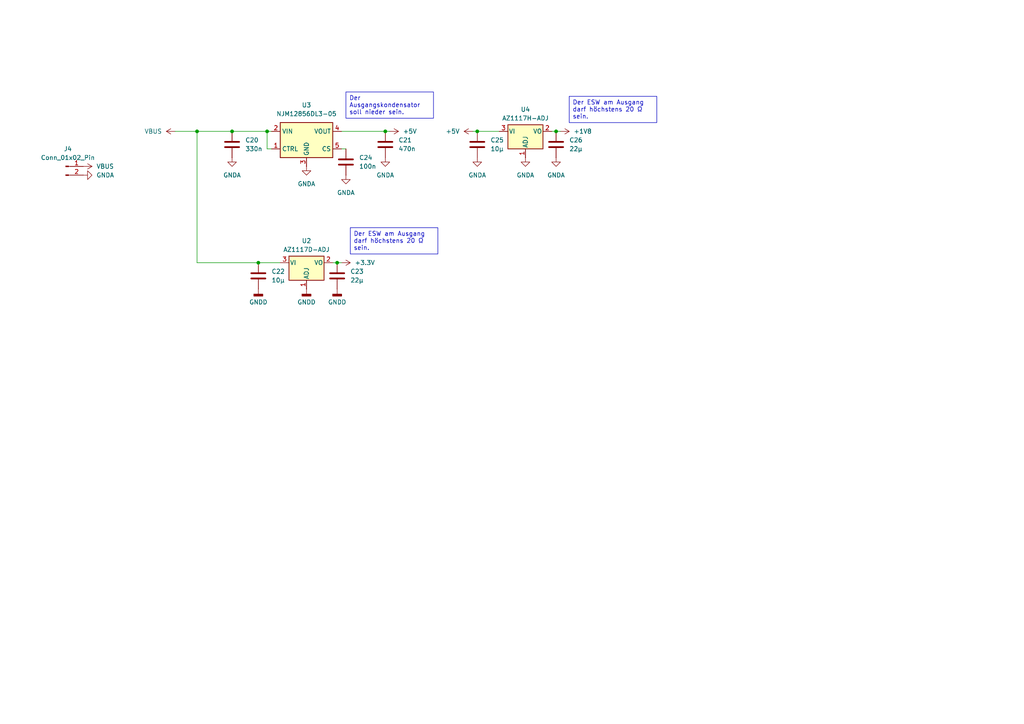
<source format=kicad_sch>
(kicad_sch (version 20231120) (generator "eeschema") (generator_version "8.0")
  (paper "A4")
  (lib_symbols
    (symbol "Connector:Conn_01x02_Pin" (pin_names (offset 1.016) hide)
      (property "Reference" "J" (at 0 2.54 0))
      (property "Value" "Conn_01x02_Pin" (at 0 -5.08 0))
      (symbol "Conn_01x02_Pin_1_1"
        (polyline (pts (xy 1.27 -2.54) (xy 0.8636 -2.54)) (stroke (width 0.1524)))
        (polyline (pts (xy 1.27 0) (xy 0.8636 0)) (stroke (width 0.1524)))
        (rectangle (start 0.8636 -2.413) (end 0 -2.667) (stroke (width 0.1524)) (fill (type outline)))
        (rectangle (start 0.8636 0.127) (end 0 -0.127) (stroke (width 0.1524)) (fill (type outline)))
        (pin passive line (at 5.08 0 180) (length 3.81) (name "Pin_1") (number "1"))
        (pin passive line (at 5.08 -2.54 180) (length 3.81) (name "Pin_2") (number "2"))
      )
    )
    (symbol "Device:C" (pin_numbers hide) (pin_names (offset 0.254))
      (property "Reference" "C" (at 0.635 2.54 0))
      (property "Value" "C" (at 0.635 -2.54 0))
      (symbol "C_0_1"
        (polyline (pts (xy -2.032 -0.762) (xy 2.032 -0.762)) (stroke (width 0.508)))
        (polyline (pts (xy -2.032 0.762) (xy 2.032 0.762)) (stroke (width 0.508)))
      )
      (symbol "C_1_1"
        (pin passive line (at 0 3.81 270) (length 2.794) (name "~") (number "1"))
        (pin passive line (at 0 -3.81 90) (length 2.794) (name "~") (number "2"))
      )
    )
    (symbol "Regulator_Linear:AZ1117D-ADJ" (pin_names (offset 0.254))
      (property "Reference" "U" (at -3.81 3.175 0))
      (property "Value" "AZ1117D-ADJ" (at 0 3.175 0))
      (symbol "AZ1117D-ADJ_0_1"
        (rectangle (start -5.08 1.905) (end 5.08 -5.08) (stroke (width 0.254)) (fill (type background)))
      )
      (symbol "AZ1117D-ADJ_1_1"
        (pin input line (at 0 -7.62 90) (length 2.54) (name "ADJ") (number "1"))
        (pin power_out line (at 7.62 0 180) (length 2.54) (name "VO") (number "2"))
        (pin power_in line (at -7.62 0 0) (length 2.54) (name "VI") (number "3"))
      )
    )
    (symbol "Regulator_Linear:AZ1117H-ADJ" (pin_names (offset 0.254))
      (property "Reference" "U" (at -3.81 3.175 0))
      (property "Value" "AZ1117H-ADJ" (at 0 3.175 0))
      (symbol "AZ1117H-ADJ_0_1"
        (rectangle (start -5.08 1.905) (end 5.08 -5.08) (stroke (width 0.254)) (fill (type background)))
      )
      (symbol "AZ1117H-ADJ_1_1"
        (pin input line (at 0 -7.62 90) (length 2.54) (name "ADJ") (number "1"))
        (pin power_out line (at 7.62 0 180) (length 2.54) (name "VO") (number "2"))
        (pin power_in line (at -7.62 0 0) (length 2.54) (name "VI") (number "3"))
      )
    )
    (symbol "Regulator_Linear:NJM12856DL3-05-TE1"
      (property "Reference" "U" (at 0 8.89 0))
      (property "Value" "NJM12856DL3-05" (at 0 6.35 0))
      (symbol "NJM12856DL3-05-TE1_0_1"
        (rectangle (start -7.62 5.08) (end 7.62 -5.08) (stroke (width 0.254)) (fill (type background)))
      )
      (symbol "NJM12856DL3-05-TE1_1_1"
        (pin input line (at -10.16 -2.54 0) (length 2.54) (name "CTRL") (number "1"))
        (pin power_in line (at -10.16 2.54 0) (length 2.54) (name "VIN") (number "2"))
        (pin power_in line (at 0 -7.62 90) (length 2.54) (name "GND") (number "3"))
        (pin power_out line (at 10.16 2.54 180) (length 2.54) (name "VOUT") (number "4"))
        (pin passive line (at 10.16 -2.54 180) (length 2.54) (name "CS") (number "5"))
        (pin passive line (at 0 -7.62 90) (length 2.54) hide (name "GND") (number "7"))
      )
    )
    (symbol "power:+1V8" (power) (pin_names (offset 0))
      (property "Value" "+1V8" (at 0 3.556 0))
      (symbol "+1V8_0_1"
        (polyline (pts (xy -0.762 1.27) (xy 0 2.54)))
        (polyline (pts (xy 0 0) (xy 0 2.54)))
        (polyline (pts (xy 0 2.54) (xy 0.762 1.27)))
      )
      (symbol "+1V8_1_1"
        (pin power_in line (at 0 0 90) (length 0) hide (name "+1V8") (number "1"))
      )
    )
    (symbol "power:+3.3V" (power) (pin_names (offset 0))
      (property "Value" "+3.3V" (at 0 3.556 0))
      (symbol "+3.3V_0_1"
        (polyline (pts (xy -0.762 1.27) (xy 0 2.54)))
        (polyline (pts (xy 0 0) (xy 0 2.54)))
        (polyline (pts (xy 0 2.54) (xy 0.762 1.27)))
      )
      (symbol "+3.3V_1_1"
        (pin power_in line (at 0 0 90) (length 0) hide (name "+3.3V") (number "1"))
      )
    )
    (symbol "power:+5V" (power) (pin_names (offset 0))
      (property "Value" "+5V" (at 0 3.556 0))
      (symbol "+5V_0_1"
        (polyline (pts (xy -0.762 1.27) (xy 0 2.54)))
        (polyline (pts (xy 0 0) (xy 0 2.54)))
        (polyline (pts (xy 0 2.54) (xy 0.762 1.27)))
      )
      (symbol "+5V_1_1"
        (pin power_in line (at 0 0 90) (length 0) hide (name "+5V") (number "1"))
      )
    )
    (symbol "power:GNDA" (power) (pin_numbers hide) (pin_names (offset 0) hide)
      (property "Value" "GNDA" (at 0 -3.81 0))
      (symbol "GNDA_0_1"
        (polyline (pts (xy 0 0) (xy 0 -1.27) (xy 1.27 -1.27) (xy 0 -2.54) (xy -1.27 -1.27) (xy 0 -1.27)))
      )
      (symbol "GNDA_1_1"
        (pin power_in line (at 0 0 270) (length 0) (name "~") (number "1"))
      )
    )
    (symbol "power:GNDD" (power) (pin_numbers hide) (pin_names (offset 0) hide)
      (property "Value" "GNDD" (at 0 -3.175 0))
      (symbol "GNDD_0_1"
        (rectangle (start -1.27 -1.524) (end 1.27 -2.032) (stroke (width 0.254)) (fill (type outline)))
        (polyline (pts (xy 0 0) (xy 0 -1.524)))
      )
      (symbol "GNDD_1_1"
        (pin power_in line (at 0 0 270) (length 0) (name "~") (number "1"))
      )
    )
    (symbol "power:VBUS" (power) (pin_names (offset 0))
      (property "Value" "VBUS" (at 0 3.81 0))
      (symbol "VBUS_0_1"
        (polyline (pts (xy -0.762 1.27) (xy 0 2.54)))
        (polyline (pts (xy 0 0) (xy 0 2.54)))
        (polyline (pts (xy 0 2.54) (xy 0.762 1.27)))
      )
      (symbol "VBUS_1_1"
        (pin power_in line (at 0 0 90) (length 0) hide (name "VBUS") (number "1"))
      )
    )
  )
  (junction (at 161.29 38.1))
  (junction (at 57.15 38.1))
  (junction (at 67.31 38.1))
  (junction (at 74.93 76.2))
  (junction (at 111.76 38.1))
  (junction (at 77.47 38.1))
  (junction (at 138.43 38.1))
  (junction (at 97.79 76.2))
  (wire (pts (xy 161.29 38.1) (xy 162.56 38.1)))
  (wire (pts (xy 67.31 38.1) (xy 77.47 38.1)))
  (wire (pts (xy 57.15 76.2) (xy 74.93 76.2)))
  (wire (pts (xy 97.79 76.2) (xy 99.06 76.2)))
  (wire (pts (xy 111.76 38.1) (xy 113.03 38.1)))
  (wire (pts (xy 57.15 38.1) (xy 67.31 38.1)))
  (wire (pts (xy 161.29 38.1) (xy 160.02 38.1)))
  (wire (pts (xy 137.16 38.1) (xy 138.43 38.1)))
  (wire (pts (xy 138.43 38.1) (xy 144.78 38.1)))
  (wire (pts (xy 74.93 76.2) (xy 81.28 76.2)))
  (wire (pts (xy 78.74 43.18) (xy 77.47 43.18)))
  (wire (pts (xy 50.8 38.1) (xy 57.15 38.1)))
  (wire (pts (xy 97.79 76.2) (xy 96.52 76.2)))
  (wire (pts (xy 99.06 38.1) (xy 111.76 38.1)))
  (wire (pts (xy 77.47 38.1) (xy 78.74 38.1)))
  (wire (pts (xy 100.33 43.18) (xy 99.06 43.18)))
  (wire (pts (xy 77.47 38.1) (xy 77.47 43.18)))
  (wire (pts (xy 57.15 76.2) (xy 57.15 38.1)))
  (text_box "Der Ausgangskondensator soll nieder sein." (at 100.33 26.67 0) (size 25.4 7.62) (effects (font (size 1.27 1.27)) (justify left top)))
  (text_box "Der ESW am Ausgang darf höchstens 20 Ω sein." (at 101.6 66.04 0) (size 25.4 7.62) (effects (font (size 1.27 1.27)) (justify left top)))
  (text_box "Der ESW am Ausgang darf höchstens 20 Ω sein." (at 165.1 27.94 0) (size 25.4 7.62) (effects (font (size 1.27 1.27)) (justify left top)))
  (symbol (lib_id "power:GNDD") (at 88.9 83.82 0) (unit 1)
    (property "Reference" "#PWR028" (effects (hide yes)))
    (property "Value" "GNDD" (at 88.9 87.63 0))
    (property "Description" "Power symbol creates a global label with name \"GNDD\" , digital ground" (effects (hide yes)))
  )
  (symbol (lib_id "power:+1V8") (at 162.56 38.1 270) (unit 1)
    (property "Reference" "#PWR037" (effects (hide yes)))
    (property "Value" "+1V8" (at 166.37 38.1 90) (effects (justify left)))
  )
  (symbol (lib_id "power:GNDA") (at 24.13 50.8 90) (unit 1)
    (property "Reference" "#PWR023" (effects (hide yes)))
    (property "Value" "GNDA" (at 27.94 50.7999 90) (effects (justify right)))
    (property "Description" "Power symbol creates a global label with name \"GNDA\" , analog ground" (effects (hide yes)))
  )
  (symbol (lib_id "power:VBUS") (at 50.8 38.1 90) (unit 1)
    (property "Reference" "#PWR022" (effects (hide yes)))
    (property "Value" "VBUS" (at 46.99 38.0999 90) (effects (justify left)))
  )
  (symbol (lib_id "power:GNDA") (at 88.9 48.26 0) (unit 1)
    (property "Reference" "#PWR025" (effects (hide yes)))
    (property "Value" "GNDA" (at 88.9 53.34 0))
    (property "Description" "Power symbol creates a global label with name \"GNDA\" , analog ground" (effects (hide yes)))
  )
  (symbol (lib_id "power:GNDD") (at 97.79 83.82 0) (unit 1)
    (property "Reference" "#PWR029" (effects (hide yes)))
    (property "Value" "GNDD" (at 97.79 87.63 0))
    (property "Description" "Power symbol creates a global label with name \"GNDD\" , digital ground" (effects (hide yes)))
  )
  (symbol (lib_id "Device:C") (at 97.79 80.01 0) (unit 1)
    (property "Reference" "C23" (at 101.6 78.74 0) (effects (justify left)))
    (property "Value" "22μ" (at 101.6 81.28 0) (effects (justify left)))
    (property "Footprint" "Capacitor_SMD:C_1206_3216Metric" (effects (hide yes)))
  )
  (symbol (lib_id "Regulator_Linear:NJM12856DL3-05-TE1") (at 88.9 40.64 0) (unit 1)
    (property "Reference" "U3" (at 88.9 30.48 0))
    (property "Value" "NJM12856DL3-05" (at 88.9 33.02 0))
    (property "Footprint" "Package_TO_SOT_SMD:TO-252-5_TabPin3" (effects (hide yes)))
  )
  (symbol (lib_id "power:GNDA") (at 138.43 45.72 0) (unit 1)
    (property "Reference" "#PWR034" (effects (hide yes)))
    (property "Value" "GNDA" (at 138.43 50.8 0))
    (property "Description" "Power symbol creates a global label with name \"GNDA\" , analog ground" (effects (hide yes)))
  )
  (symbol (lib_id "Device:C") (at 111.76 41.91 0) (unit 1)
    (property "Reference" "C21" (at 115.57 40.64 0) (effects (justify left)))
    (property "Value" "470n" (at 115.57 43.18 0) (effects (justify left)))
    (property "Footprint" "Capacitor_SMD:C_1206_3216Metric" (effects (hide yes)))
  )
  (symbol (lib_id "power:GNDA") (at 111.76 45.72 0) (unit 1)
    (property "Reference" "#PWR033" (effects (hide yes)))
    (property "Value" "GNDA" (at 111.76 50.8 0))
    (property "Description" "Power symbol creates a global label with name \"GNDA\" , analog ground" (effects (hide yes)))
  )
  (symbol (lib_id "power:+5V") (at 137.16 38.1 90) (unit 1)
    (property "Reference" "#PWR036" (effects (hide yes)))
    (property "Value" "+5V" (at 133.35 38.1 90) (effects (justify left)))
  )
  (symbol (lib_id "power:GNDD") (at 74.93 83.82 0) (unit 1)
    (property "Reference" "#PWR030" (effects (hide yes)))
    (property "Value" "GNDD" (at 74.93 87.63 0))
    (property "Description" "Power symbol creates a global label with name \"GNDD\" , digital ground" (effects (hide yes)))
  )
  (symbol (lib_id "power:+3.3V") (at 99.06 76.2 270) (unit 1)
    (property "Reference" "#PWR032" (effects (hide yes)))
    (property "Value" "+3.3V" (at 102.87 76.2 90) (effects (justify left)))
  )
  (symbol (lib_id "power:+5V") (at 113.03 38.1 270) (unit 1)
    (property "Reference" "#PWR027" (effects (hide yes)))
    (property "Value" "+5V" (at 116.84 38.1 90) (effects (justify left)))
  )
  (symbol (lib_id "Device:C") (at 100.33 46.99 0) (unit 1)
    (property "Reference" "C24" (at 104.14 45.72 0) (effects (justify left)))
    (property "Value" "100n" (at 104.14 48.26 0) (effects (justify left)))
    (property "Footprint" "Capacitor_SMD:C_0603_1608Metric" (effects (hide yes)))
  )
  (symbol (lib_id "Device:C") (at 161.29 41.91 0) (unit 1)
    (property "Reference" "C26" (at 165.1 40.64 0) (effects (justify left)))
    (property "Value" "22μ" (at 165.1 43.18 0) (effects (justify left)))
    (property "Footprint" "Capacitor_SMD:C_1206_3216Metric" (effects (hide yes)))
  )
  (symbol (lib_id "Regulator_Linear:AZ1117H-ADJ") (at 152.4 38.1 0) (unit 1)
    (property "Reference" "U4" (at 152.4 31.75 0))
    (property "Value" "AZ1117H-ADJ" (at 152.4 34.29 0))
    (property "Footprint" "Package_TO_SOT_SMD:SOT-223-3_TabPin2" (effects (hide yes)))
    (property "Datasheet" "https://www.diodes.com/assets/Datasheets/products_inactive_data/AZ1117.pdf" (effects (hide yes)))
  )
  (symbol (lib_id "power:GNDA") (at 67.31 45.72 0) (unit 1)
    (property "Reference" "#PWR024" (effects (hide yes)))
    (property "Value" "GNDA" (at 67.31 50.8 0))
    (property "Description" "Power symbol creates a global label with name \"GNDA\" , analog ground" (effects (hide yes)))
  )
  (symbol (lib_id "Device:C") (at 138.43 41.91 0) (unit 1)
    (property "Reference" "C25" (at 142.24 40.64 0) (effects (justify left)))
    (property "Value" "10μ" (at 142.24 43.18 0) (effects (justify left)))
    (property "Footprint" "Capacitor_SMD:C_1206_3216Metric" (effects (hide yes)))
  )
  (symbol (lib_id "power:VBUS") (at 24.13 48.26 270) (unit 1)
    (property "Reference" "#PWR031" (effects (hide yes)))
    (property "Value" "VBUS" (at 27.94 48.2599 90) (effects (justify left)))
  )
  (symbol (lib_id "power:GNDA") (at 100.33 50.8 0) (unit 1)
    (property "Reference" "#PWR026" (effects (hide yes)))
    (property "Value" "GNDA" (at 100.33 55.88 0))
    (property "Description" "Power symbol creates a global label with name \"GNDA\" , analog ground" (effects (hide yes)))
  )
  (symbol (lib_id "Device:C") (at 74.93 80.01 0) (unit 1)
    (property "Reference" "C22" (at 78.74 78.74 0) (effects (justify left)))
    (property "Value" "10μ" (at 78.74 81.28 0) (effects (justify left)))
    (property "Footprint" "Capacitor_SMD:C_1206_3216Metric" (effects (hide yes)))
  )
  (symbol (lib_id "power:GNDA") (at 152.4 45.72 0) (unit 1)
    (property "Reference" "#PWR035" (effects (hide yes)))
    (property "Value" "GNDA" (at 152.4 50.8 0))
    (property "Description" "Power symbol creates a global label with name \"GNDA\" , analog ground" (effects (hide yes)))
  )
  (symbol (lib_id "Connector:Conn_01x02_Pin") (at 19.05 48.26 0) (unit 1)
    (property "Reference" "J4" (at 19.685 43.18 0))
    (property "Value" "Conn_01x02_Pin" (at 19.685 45.72 0))
    (property "Footprint" "Connector_PinHeader_2.54mm:PinHeader_1x02_P2.54mm_Vertical" (effects (hide yes)))
  )
  (symbol (lib_id "Regulator_Linear:AZ1117D-ADJ") (at 88.9 76.2 0) (unit 1)
    (property "Reference" "U2" (at 88.9 69.85 0))
    (property "Value" "AZ1117D-ADJ" (at 88.9 72.39 0))
    (property "Footprint" "Package_TO_SOT_SMD:TO-252-2" (effects (hide yes)))
    (property "Datasheet" "https://www.diodes.com/assets/Datasheets/products_inactive_data/AZ1117.pdf" (effects (hide yes)))
  )
  (symbol (lib_id "power:GNDA") (at 161.29 45.72 0) (unit 1)
    (property "Reference" "#PWR040" (effects (hide yes)))
    (property "Value" "GNDA" (at 161.29 50.8 0))
    (property "Description" "Power symbol creates a global label with name \"GNDA\" , analog ground" (effects (hide yes)))
  )
  (symbol (lib_id "Device:C") (at 67.31 41.91 0) (unit 1)
    (property "Reference" "C20" (at 71.12 40.64 0) (effects (justify left)))
    (property "Value" "330n" (at 71.12 43.18 0) (effects (justify left)))
    (property "Footprint" "Capacitor_SMD:C_1206_3216Metric" (effects (hide yes)))
  )
)
</source>
